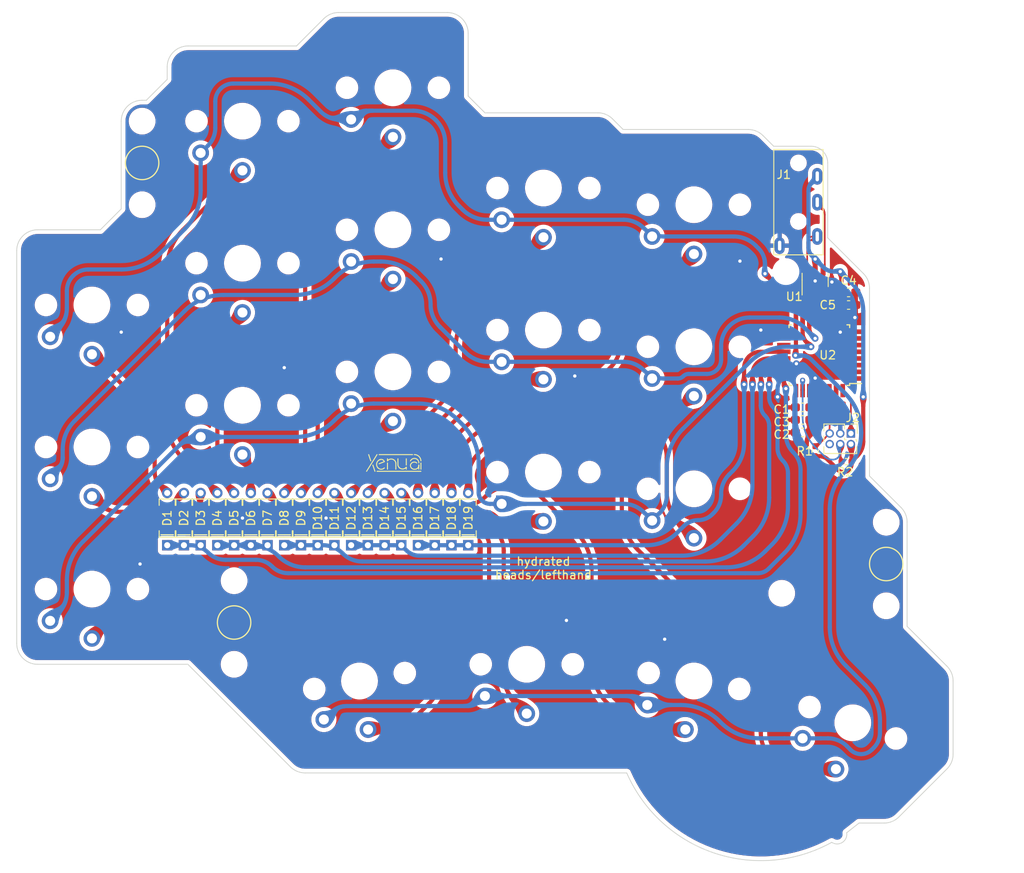
<source format=kicad_pcb>
(kicad_pcb (version 20211014) (generator pcbnew)

  (general
    (thickness 1.6)
  )

  (paper "A4")
  (layers
    (0 "F.Cu" signal)
    (31 "B.Cu" signal)
    (32 "B.Adhes" user "B.Adhesive")
    (33 "F.Adhes" user "F.Adhesive")
    (34 "B.Paste" user)
    (35 "F.Paste" user)
    (36 "B.SilkS" user "B.Silkscreen")
    (37 "F.SilkS" user "F.Silkscreen")
    (38 "B.Mask" user)
    (39 "F.Mask" user)
    (40 "Dwgs.User" user "User.Drawings")
    (41 "Cmts.User" user "User.Comments")
    (42 "Eco1.User" user "User.Eco1")
    (43 "Eco2.User" user "User.Eco2")
    (44 "Edge.Cuts" user)
    (45 "Margin" user)
    (46 "B.CrtYd" user "B.Courtyard")
    (47 "F.CrtYd" user "F.Courtyard")
    (48 "B.Fab" user)
    (49 "F.Fab" user)
    (50 "User.1" user)
    (51 "User.2" user)
    (52 "User.3" user)
    (53 "User.4" user)
    (54 "User.5" user)
    (55 "User.6" user)
    (56 "User.7" user)
    (57 "User.8" user)
    (58 "User.9" user)
  )

  (setup
    (stackup
      (layer "F.SilkS" (type "Top Silk Screen"))
      (layer "F.Paste" (type "Top Solder Paste"))
      (layer "F.Mask" (type "Top Solder Mask") (thickness 0.01))
      (layer "F.Cu" (type "copper") (thickness 0.035))
      (layer "dielectric 1" (type "core") (thickness 1.51) (material "FR4") (epsilon_r 4.5) (loss_tangent 0.02))
      (layer "B.Cu" (type "copper") (thickness 0.035))
      (layer "B.Mask" (type "Bottom Solder Mask") (thickness 0.01))
      (layer "B.Paste" (type "Bottom Solder Paste"))
      (layer "B.SilkS" (type "Bottom Silk Screen"))
      (copper_finish "None")
      (dielectric_constraints no)
    )
    (pad_to_mask_clearance 0)
    (pcbplotparams
      (layerselection 0x00010fc_ffffffff)
      (disableapertmacros false)
      (usegerberextensions false)
      (usegerberattributes true)
      (usegerberadvancedattributes true)
      (creategerberjobfile true)
      (svguseinch false)
      (svgprecision 6)
      (excludeedgelayer true)
      (plotframeref false)
      (viasonmask false)
      (mode 1)
      (useauxorigin false)
      (hpglpennumber 1)
      (hpglpenspeed 20)
      (hpglpendiameter 15.000000)
      (dxfpolygonmode true)
      (dxfimperialunits true)
      (dxfusepcbnewfont true)
      (psnegative false)
      (psa4output false)
      (plotreference true)
      (plotvalue true)
      (plotinvisibletext false)
      (sketchpadsonfab false)
      (subtractmaskfromsilk false)
      (outputformat 1)
      (mirror false)
      (drillshape 1)
      (scaleselection 1)
      (outputdirectory "")
    )
  )

  (net 0 "")
  (net 1 "GND")
  (net 2 "Net-(C1-Pad2)")
  (net 3 "+3V3")
  (net 4 "C_PINKY")
  (net 5 "Net-(D1-Pad2)")
  (net 6 "Net-(D2-Pad2)")
  (net 7 "Net-(D3-Pad2)")
  (net 8 "C_RING")
  (net 9 "Net-(D4-Pad2)")
  (net 10 "Net-(D5-Pad2)")
  (net 11 "Net-(D6-Pad2)")
  (net 12 "Net-(D7-Pad2)")
  (net 13 "C_MIDDLE")
  (net 14 "Net-(D8-Pad2)")
  (net 15 "Net-(D9-Pad2)")
  (net 16 "Net-(D10-Pad2)")
  (net 17 "Net-(D11-Pad2)")
  (net 18 "C_INDEX")
  (net 19 "Net-(D12-Pad2)")
  (net 20 "Net-(D13-Pad2)")
  (net 21 "Net-(D14-Pad2)")
  (net 22 "Net-(D15-Pad2)")
  (net 23 "C_INNER")
  (net 24 "Net-(D16-Pad2)")
  (net 25 "Net-(D17-Pad2)")
  (net 26 "Net-(D18-Pad2)")
  (net 27 "Net-(D19-Pad2)")
  (net 28 "/SWDIO")
  (net 29 "/RST")
  (net 30 "/SWCLK")
  (net 31 "unconnected-(J2-Pad6)")
  (net 32 "R_TOP")
  (net 33 "R_HOME")
  (net 34 "R_BOTTOM")
  (net 35 "R_THUMB")
  (net 36 "/SDA")
  (net 37 "Net-(J1-PadR2)")
  (net 38 "Net-(J1-PadR1)")
  (net 39 "unconnected-(U2-Pad1)")
  (net 40 "unconnected-(U2-Pad2)")
  (net 41 "unconnected-(U2-Pad3)")
  (net 42 "unconnected-(U2-Pad4)")
  (net 43 "unconnected-(U2-Pad5)")
  (net 44 "unconnected-(U2-Pad6)")
  (net 45 "unconnected-(U2-Pad7)")
  (net 46 "unconnected-(U2-Pad8)")
  (net 47 "/SCL")
  (net 48 "unconnected-(U2-Pad25)")
  (net 49 "unconnected-(U2-Pad27)")
  (net 50 "unconnected-(U2-Pad17)")
  (net 51 "unconnected-(U2-Pad18)")
  (net 52 "unconnected-(U2-Pad19)")

  (footprint "Resistor_SMD:R_0402_1005Metric_Pad0.72x0.64mm_HandSolder" (layer "F.Cu") (at 224.25 79.75))

  (footprint "MountingHole:MountingHole_2.2mm_M2_DIN965" (layer "F.Cu") (at 140 39))

  (footprint "mbk:Choc-1u-solder" (layer "F.Cu") (at 170 52))

  (footprint "mbk:Choc-1u-solder" (layer "F.Cu") (at 206 66))

  (footprint "mbk:Choc-1u-solder" (layer "F.Cu") (at 225 111 -20))

  (footprint "1N4148:DIOAD829W49L456D191" (layer "F.Cu") (at 173 86.5 90))

  (footprint "mbk:Choc-1u-solder" (layer "F.Cu") (at 152 39))

  (footprint "1N4148:DIOAD829W49L456D191" (layer "F.Cu") (at 169 86.5 90))

  (footprint "mbk:Choc-1u-solder" (layer "F.Cu") (at 152 73))

  (footprint "Package_QFP:TQFP-32_7x7mm_P0.8mm" (layer "F.Cu") (at 221 67 180))

  (footprint "Capacitor_SMD:C_0603_1608Metric_Pad1.08x0.95mm_HandSolder" (layer "F.Cu") (at 224.5 59.5))

  (footprint "mbk:Choc-1u-solder" (layer "F.Cu") (at 188 64))

  (footprint "mbk:Choc-1u-solder" (layer "F.Cu") (at 166 106 10))

  (footprint "MountingHole:MountingHole_2.2mm_M2_DIN965" (layer "F.Cu") (at 151 94))

  (footprint "mbk:Choc-1u-solder" (layer "F.Cu") (at 188 47))

  (footprint "1N4148:DIOAD829W49L456D191" (layer "F.Cu") (at 147 86.5 90))

  (footprint "mbk:Choc-1u-solder" (layer "F.Cu") (at 188 81))

  (footprint "Package_TO_SOT_SMD:SOT-23-6" (layer "F.Cu") (at 220.5 58 90))

  (footprint "MountingHole:MountingHole_2.2mm_M2_DIN965" (layer "F.Cu") (at 217 57))

  (footprint "MountingHole:MountingHole_2.2mm_M2_DIN965" (layer "F.Cu") (at 151 104))

  (footprint "1N4148:DIOAD829W49L456D191" (layer "F.Cu") (at 163 86.5 90))

  (footprint "MountingHole:MountingHole_2.2mm_M2_DIN965" (layer "F.Cu") (at 140 49))

  (footprint "1N4148:DIOAD829W49L456D191" (layer "F.Cu") (at 179 86.5 90))

  (footprint "pj320a:Jack_3.5mm_PJ320A_Horizontal" (layer "F.Cu") (at 218.5 44 -90))

  (footprint "mbk:Choc-1u-solder" (layer "F.Cu") (at 152 56))

  (footprint "MountingHole:MountingHole_2.2mm_M2_DIN965" (layer "F.Cu") (at 229 87))

  (footprint "xenua:sig" (layer "F.Cu") (at 166.845 80.905167))

  (footprint "1N4148:DIOAD829W49L456D191" (layer "F.Cu") (at 161 86.5 90))

  (footprint "Capacitor_SMD:C_0603_1608Metric_Pad1.08x0.95mm_HandSolder" (layer "F.Cu") (at 219 76.25 180))

  (footprint "mbk:Choc-1u-solder" (layer "F.Cu") (at 134 61))

  (footprint "MountingHole:MountingHole_2.2mm_M2_DIN965" (layer "F.Cu") (at 229 97))

  (footprint "Capacitor_SMD:C_0603_1608Metric_Pad1.08x0.95mm_HandSolder" (layer "F.Cu") (at 224.5 61))

  (footprint "1N4148:DIOAD829W49L456D191" (layer "F.Cu") (at 155 86.5 90))

  (footprint "1N4148:DIOAD829W49L456D191" (layer "F.Cu") (at 165 86.5 90))

  (footprint "Capacitor_SMD:C_0603_1608Metric_Pad1.08x0.95mm_HandSolder" (layer "F.Cu") (at 219 73.25))

  (footprint "mbk:Choc-1u-solder" (layer "F.Cu") (at 206 106 -10))

  (footprint "mbk:Choc-1u-solder" (layer "F.Cu") (at 134 95))

  (footprint "Connector_PinHeader_1.27mm:PinHeader_2x03_P1.27mm_Vertical" (layer "F.Cu") (at 224.775 76.375 -90))

  (footprint "1N4148:DIOAD829W49L456D191" (layer "F.Cu") (at 175 86.5 90))

  (footprint "mbk:Choc-1u-solder" (layer "F.Cu") (at 186 104))

  (footprint "mbk:Choc-1u-solder" (layer "F.Cu") (at 206 83))

  (footprint "mbk:Choc-1u-solder" (layer "F.Cu") (at 206 49))

  (footprint "1N4148:DIOAD829W49L456D191" (layer "F.Cu") (at 159 86.5 90))

  (footprint "mbk:Choc-1u-solder" (layer "F.Cu") (at 170 69))

  (footprint "1N4148:DIOAD829W49L456D191" (layer "F.Cu") (at 177 86.5 90))

  (footprint "1N4148:DIOAD829W49L456D191" (layer "F.Cu") (at 171 86.5 90))

  (footprint "mbk:Choc-1u-solder" (layer "F.Cu") (at 170 35))

  (footprint "Capacitor_SMD:C_0603_1608Metric_Pad1.08x0.95mm_HandSolder" (layer "F.Cu") (at 219 74.75 180))

  (footprint "1N4148:DIOAD829W49L456D191" (layer "F.Cu")
    (tedit 6235BD20) (tstamp dbf3a1f0-3ae6-4098-8304-356079c23da8)
    (at 151 86.5 90)
    (property "Sheetfile" "lefthand.kicad_sch")
    (property "Sheetname" "")
    (path "/b27c7fab-8289-4ef5-a70e-3a3e9584c5b3")
    (attr through_hole)
    (fp_text reference "D5" (at 0 0 90) (layer "F.SilkS")
      (effects (font (size 1.000102 1.000102) (thickness 0.15)))
      (tstamp 9ad58e9b-2820-4dc5-a5e4-ca5c01c490ff)
    )
    (fp_text value "D22" (at 0 2 90) (layer "F.Fab")
      (effects (font (size 1.001921 1.001921) (thickness 0.15)))
      (tstamp 56791047-0c80-4cd8-9282-934f668ff0bd)
    )
    (fp_line (start -2.28 -0.96) (end -2.28 0) (layer "F.SilkS") (width 0.127) (tstamp 06ff03ba-3844-4c8a-bfdd-43ff54640623))
    (fp_line (start -2.28 0.96) (end -1.52 0.96) (layer "F.SilkS") (width 0.127) (tstamp 0fb1c80d-d75d-4950-98fe-c4458bf1a81d))
    (fp_line (start 1.52 -0.96) (end 2.28 -0.96) (layer "F.SilkS") (width 0.127) (tstamp 178cbf16-edb2-4f11-aeae-f38b15af9812))
    (fp_line (start -2.28 0) (end -2.28 0.95) (layer "F.SilkS") (width 0.127) (tstamp 69acfdc4-3cb3-4dd7-947f-5c8d42f548a4))
    (fp_line (start -2.28 -0.96) (end -1.52 -0.96) (layer "F.SilkS") (width 0.127) (tstamp 6bf8b7b7-01b9-455e-b0fb-49e7b9f621f4))
    (fp_line (start 2.28 -0.95) (end 2.28 0) (layer "F.SilkS") (width 0.127) (tstamp 8899cd26-411d-42d3-b063-0181c294da89))
    (fp_line (start -2 -0.75) (end -2 0.75) (layer "F.SilkS") (width 0.12) (tstamp a9a26951-6b1a-4220-b2c3-a4789a018d0a))
    (fp_line (start 1.52 0.96) (end 2.28 0.96) (layer "F.SilkS") (width 0.127) (tstamp cde0387d-e84f-4107-b176-4e8b32c98e84))
    (fp_line (start 2.28 0) (end 2.28 0.96) (layer "F.SilkS") (width 0.127) (tstamp eab0f4ef-6df6-4b98-a3c3-73c8876ffd45))
    (fp_line (start -2.53 1) (end -2.53 0.815) (layer "F.CrtYd") (width 0.05) (tstamp 05d229b1-efe9-4da2-a376-f1ac260e668c))
    (fp_line (start -2.53 -1) (end 2.53 -1) (layer "F.CrtYd") (width 0.05) (tstamp 142674ff-649d-4412-b4c6-009a8c6fbefc))
    (fp_line (start -2.5
... [2137350 chars truncated]
</source>
